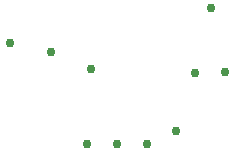
<source format=gbr>
G04 EAGLE Gerber RS-274X export*
G75*
%MOMM*%
%FSLAX34Y34*%
%LPD*%
%INVias*%
%IPPOS*%
%AMOC8*
5,1,8,0,0,1.08239X$1,22.5*%
G01*
%ADD10C,0.756400*%


D10*
X117475Y44450D03*
X142875Y44450D03*
X168275Y44450D03*
X87313Y122238D03*
X222250Y159544D03*
X52388Y130175D03*
X120537Y108063D03*
X192881Y55563D03*
X234188Y105692D03*
X209284Y104506D03*
M02*

</source>
